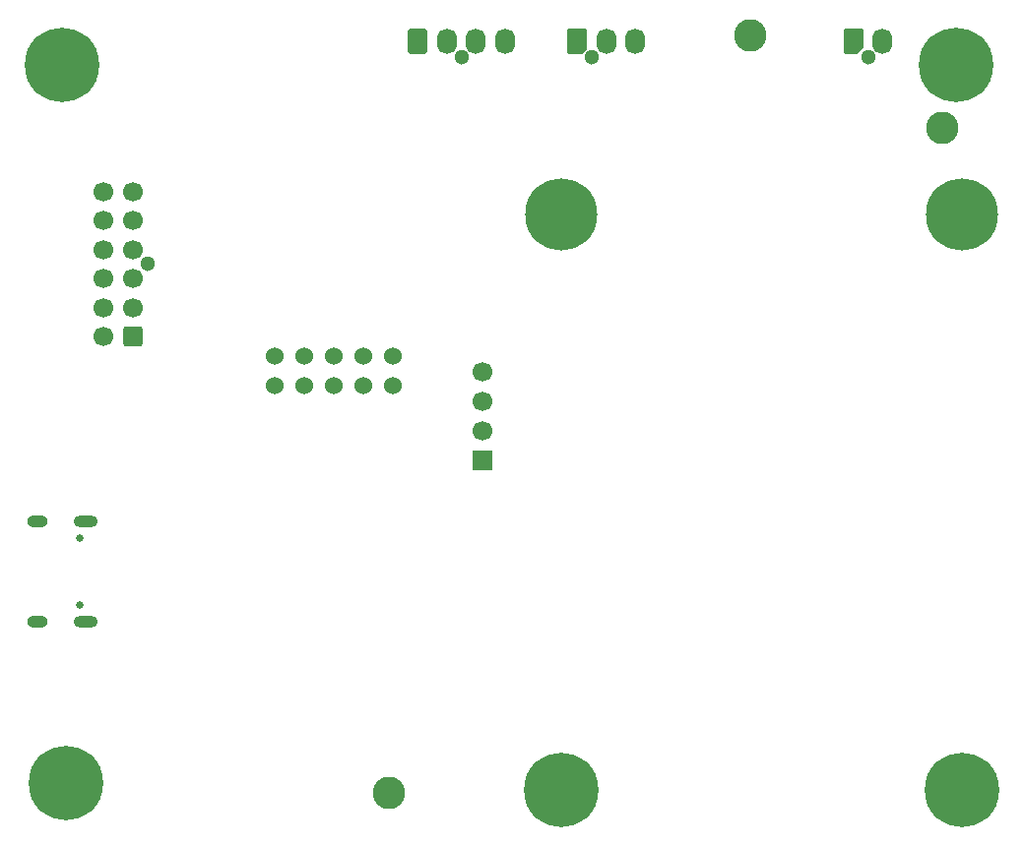
<source format=gbr>
%TF.GenerationSoftware,KiCad,Pcbnew,9.0.6*%
%TF.CreationDate,2026-01-07T00:00:13-06:00*%
%TF.ProjectId,VehicleControlUnit,56656869-636c-4654-936f-6e74726f6c55,rev?*%
%TF.SameCoordinates,Original*%
%TF.FileFunction,Soldermask,Bot*%
%TF.FilePolarity,Negative*%
%FSLAX46Y46*%
G04 Gerber Fmt 4.6, Leading zero omitted, Abs format (unit mm)*
G04 Created by KiCad (PCBNEW 9.0.6) date 2026-01-07 00:00:13*
%MOMM*%
%LPD*%
G01*
G04 APERTURE LIST*
G04 Aperture macros list*
%AMRoundRect*
0 Rectangle with rounded corners*
0 $1 Rounding radius*
0 $2 $3 $4 $5 $6 $7 $8 $9 X,Y pos of 4 corners*
0 Add a 4 corners polygon primitive as box body*
4,1,4,$2,$3,$4,$5,$6,$7,$8,$9,$2,$3,0*
0 Add four circle primitives for the rounded corners*
1,1,$1+$1,$2,$3*
1,1,$1+$1,$4,$5*
1,1,$1+$1,$6,$7*
1,1,$1+$1,$8,$9*
0 Add four rect primitives between the rounded corners*
20,1,$1+$1,$2,$3,$4,$5,0*
20,1,$1+$1,$4,$5,$6,$7,0*
20,1,$1+$1,$6,$7,$8,$9,0*
20,1,$1+$1,$8,$9,$2,$3,0*%
%AMFreePoly0*
4,1,22,0.945671,0.830970,1.026777,0.776777,1.080970,0.695671,1.100000,0.600000,1.100000,-0.600000,1.080970,-0.695671,1.026777,-0.776777,0.945671,-0.830970,0.850000,-0.850000,-0.450000,-0.850000,-0.545671,-0.830970,-0.626777,-0.776777,-1.026777,-0.376777,-1.080970,-0.295671,-1.100000,-0.200000,-1.100000,0.600000,-1.080970,0.695671,-1.026777,0.776777,-0.945671,0.830970,-0.850000,0.850000,
0.850000,0.850000,0.945671,0.830970,0.945671,0.830970,$1*%
%AMFreePoly1*
4,1,22,0.945671,0.830970,1.026777,0.776777,1.080970,0.695671,1.100000,0.600000,1.100000,-0.600000,1.080970,-0.695671,1.026777,-0.776777,0.945671,-0.830970,0.850000,-0.850000,-0.596447,-0.850000,-0.692118,-0.830970,-0.773224,-0.776777,-1.026777,-0.523224,-1.080970,-0.442118,-1.100000,-0.346447,-1.100000,0.600000,-1.080970,0.695671,-1.026777,0.776777,-0.945671,0.830970,-0.850000,0.850000,
0.850000,0.850000,0.945671,0.830970,0.945671,0.830970,$1*%
G04 Aperture macros list end*
%ADD10C,3.600000*%
%ADD11C,6.400000*%
%ADD12C,6.200000*%
%ADD13C,2.800000*%
%ADD14C,0.650000*%
%ADD15O,2.100000X1.000000*%
%ADD16O,1.800000X1.000000*%
%ADD17C,1.524000*%
%ADD18C,1.300000*%
%ADD19RoundRect,0.250000X0.600000X0.600000X-0.600000X0.600000X-0.600000X-0.600000X0.600000X-0.600000X0*%
%ADD20C,1.700000*%
%ADD21RoundRect,0.250000X0.600000X-0.850000X0.600000X0.850000X-0.600000X0.850000X-0.600000X-0.850000X0*%
%ADD22O,1.700000X2.200000*%
%ADD23FreePoly0,90.000000*%
%ADD24FreePoly1,90.000000*%
%ADD25R,1.700000X1.700000*%
G04 APERTURE END LIST*
D10*
%TO.C,U1*%
X156840000Y-137390000D03*
D11*
X156840000Y-137390000D03*
D10*
X156840000Y-87890000D03*
D12*
X156840000Y-87890000D03*
D10*
X191340000Y-87890000D03*
D12*
X191340000Y-87890000D03*
D10*
X191340000Y-137390000D03*
D11*
X191340000Y-137390000D03*
%TD*%
D13*
%TO.C,24V_TP1*%
X173160000Y-72510000D03*
%TD*%
D14*
%TO.C,J6*%
X115470000Y-115755000D03*
X115470000Y-121535000D03*
D15*
X115970000Y-114325000D03*
X115970000Y-122965000D03*
D16*
X111790000Y-122965000D03*
X111790000Y-114325000D03*
%TD*%
D17*
%TO.C,J2*%
X142360000Y-102607000D03*
X142360000Y-100067000D03*
X139820000Y-102607000D03*
X139820000Y-100067000D03*
X137280000Y-102607000D03*
X137280000Y-100067000D03*
X134740000Y-102607000D03*
X134740000Y-100067000D03*
X132200000Y-102607000D03*
X132200000Y-100067000D03*
%TD*%
D13*
%TO.C,3V1*%
X142085000Y-137650000D03*
%TD*%
D18*
%TO.C,J1*%
X121340000Y-92150000D03*
D19*
X120000000Y-98400000D03*
D20*
X120000000Y-95900000D03*
X120000000Y-93400000D03*
X120000000Y-90900000D03*
X120000000Y-88400000D03*
X120000000Y-85900000D03*
X117500000Y-98400000D03*
X117500000Y-95900000D03*
X117500000Y-93400000D03*
X117500000Y-90900000D03*
X117500000Y-88400000D03*
X117500000Y-85900000D03*
%TD*%
D10*
%TO.C,H1*%
X113900000Y-75000000D03*
D11*
X113900000Y-75000000D03*
%TD*%
D18*
%TO.C,J4*%
X148280000Y-74330000D03*
D21*
X144530000Y-72990000D03*
D22*
X147030000Y-72990000D03*
X149530000Y-72990000D03*
X152030000Y-72990000D03*
%TD*%
D18*
%TO.C,J7*%
X183250000Y-74340000D03*
D23*
X182000000Y-73000000D03*
D22*
X184500000Y-73000000D03*
%TD*%
D18*
%TO.C,J5*%
X159500000Y-74340000D03*
D24*
X158250000Y-73000000D03*
D22*
X160750000Y-73000000D03*
X163250000Y-73000000D03*
%TD*%
D25*
%TO.C,J3*%
X150100000Y-109080000D03*
D20*
X150100000Y-106540000D03*
X150100000Y-104000000D03*
X150100000Y-101460000D03*
%TD*%
D10*
%TO.C,H3*%
X114250000Y-136800000D03*
D11*
X114250000Y-136800000D03*
%TD*%
D13*
%TO.C,LVGND_TP1*%
X189650000Y-80400000D03*
%TD*%
D10*
%TO.C,H2*%
X190850000Y-75000000D03*
D11*
X190850000Y-75000000D03*
%TD*%
M02*

</source>
